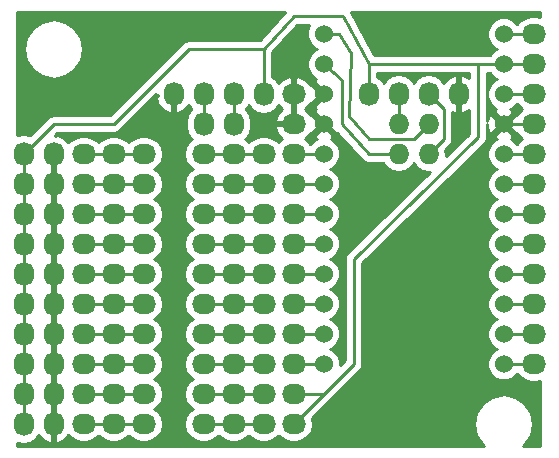
<source format=gtl>
G04 #@! TF.FileFunction,Copper,L1,Top,Signal*
%FSLAX46Y46*%
G04 Gerber Fmt 4.6, Leading zero omitted, Abs format (unit mm)*
G04 Created by KiCad (PCBNEW 4.0.2+dfsg1-stable) date 2016年11月21日 00時06分46秒*
%MOMM*%
G01*
G04 APERTURE LIST*
%ADD10C,0.100000*%
%ADD11O,2.032000X1.727200*%
%ADD12O,1.727200X1.727200*%
%ADD13O,1.727200X2.032000*%
%ADD14C,1.524000*%
%ADD15C,0.600000*%
%ADD16C,0.250000*%
%ADD17C,0.254000*%
G04 APERTURE END LIST*
D10*
D11*
X121920000Y-115570000D03*
X124460000Y-115570000D03*
X127000000Y-115570000D03*
X121920000Y-118110000D03*
X124460000Y-118110000D03*
X127000000Y-118110000D03*
X121920000Y-120650000D03*
X124460000Y-120650000D03*
X127000000Y-120650000D03*
X121920000Y-123190000D03*
X124460000Y-123190000D03*
X127000000Y-123190000D03*
X121920000Y-125730000D03*
X124460000Y-125730000D03*
X127000000Y-125730000D03*
X121920000Y-128270000D03*
X124460000Y-128270000D03*
X127000000Y-128270000D03*
X121920000Y-130810000D03*
X124460000Y-130810000D03*
X127000000Y-130810000D03*
X121920000Y-133350000D03*
X124460000Y-133350000D03*
X127000000Y-133350000D03*
X121920000Y-135890000D03*
X124460000Y-135890000D03*
X127000000Y-135890000D03*
X121920000Y-138430000D03*
X124460000Y-138430000D03*
X127000000Y-138430000D03*
X132080000Y-115570000D03*
X134620000Y-115570000D03*
X137160000Y-115570000D03*
X132080000Y-118110000D03*
X134620000Y-118110000D03*
X137160000Y-118110000D03*
X132080000Y-120650000D03*
X134620000Y-120650000D03*
X137160000Y-120650000D03*
X132080000Y-123190000D03*
X134620000Y-123190000D03*
X137160000Y-123190000D03*
X132080000Y-125730000D03*
X134620000Y-125730000D03*
X137160000Y-125730000D03*
X132080000Y-128270000D03*
X134620000Y-128270000D03*
X137160000Y-128270000D03*
X132080000Y-130810000D03*
X134620000Y-130810000D03*
X137160000Y-130810000D03*
X132080000Y-133350000D03*
X134620000Y-133350000D03*
X137160000Y-133350000D03*
X132080000Y-135890000D03*
X134620000Y-135890000D03*
X137160000Y-135890000D03*
X132080000Y-138430000D03*
X134620000Y-138430000D03*
X137160000Y-138430000D03*
D12*
X151130000Y-113030000D03*
X151130000Y-115570000D03*
X148590000Y-113030000D03*
X148590000Y-115570000D03*
D13*
X151130000Y-110490000D03*
X153670000Y-110490000D03*
X146050000Y-110490000D03*
X148590000Y-110490000D03*
X132080000Y-113030000D03*
X134620000Y-113030000D03*
X132080000Y-110490000D03*
X129540000Y-110490000D03*
X137160000Y-110490000D03*
X134620000Y-110490000D03*
X119380000Y-138430000D03*
X119380000Y-135890000D03*
X119380000Y-133350000D03*
X119380000Y-130810000D03*
X119380000Y-128270000D03*
X119380000Y-125730000D03*
X119380000Y-123190000D03*
X119380000Y-120650000D03*
X119380000Y-118110000D03*
X119380000Y-115570000D03*
X116840000Y-138430000D03*
X116840000Y-135890000D03*
X116840000Y-133350000D03*
X116840000Y-130810000D03*
X116840000Y-128270000D03*
X116840000Y-125730000D03*
X116840000Y-123190000D03*
X116840000Y-120650000D03*
X116840000Y-118110000D03*
X116840000Y-115570000D03*
D11*
X139700000Y-110490000D03*
X139700000Y-113030000D03*
X139700000Y-115570000D03*
X139700000Y-118110000D03*
X139700000Y-120650000D03*
X139700000Y-123190000D03*
X139700000Y-125730000D03*
X139700000Y-128270000D03*
X139700000Y-130810000D03*
X139700000Y-133350000D03*
X139700000Y-135890000D03*
X139700000Y-138430000D03*
X160020000Y-105410000D03*
X160020000Y-107950000D03*
X160020000Y-110490000D03*
X160020000Y-113030000D03*
X160020000Y-115570000D03*
X160020000Y-118110000D03*
X160020000Y-120650000D03*
X160020000Y-123190000D03*
X160020000Y-125730000D03*
X160020000Y-128270000D03*
X160020000Y-130810000D03*
X160020000Y-133350000D03*
D14*
X142240000Y-105410000D03*
X142240000Y-107950000D03*
X142240000Y-110490000D03*
X142240000Y-113030000D03*
X142240000Y-115570000D03*
X142240000Y-118110000D03*
X142240000Y-120650000D03*
X142240000Y-123190000D03*
X142240000Y-125730000D03*
X142240000Y-128270000D03*
X142240000Y-130810000D03*
X142240000Y-133350000D03*
X157480000Y-133350000D03*
X157480000Y-130810000D03*
X157480000Y-128270000D03*
X157480000Y-125730000D03*
X157480000Y-123190000D03*
X157480000Y-120650000D03*
X157480000Y-118110000D03*
X157480000Y-115570000D03*
X157480000Y-113030000D03*
X157480000Y-110490000D03*
X157480000Y-107950000D03*
X157480000Y-105410000D03*
D15*
X153797000Y-106807000D03*
X119507000Y-111379000D03*
D16*
X121920000Y-115570000D02*
X124460000Y-115570000D01*
X124460000Y-115570000D02*
X127000000Y-115570000D01*
X121920000Y-118110000D02*
X124460000Y-118110000D01*
X124460000Y-118110000D02*
X127000000Y-118110000D01*
X121920000Y-120650000D02*
X124460000Y-120650000D01*
X124460000Y-120650000D02*
X127000000Y-120650000D01*
X121920000Y-123190000D02*
X124460000Y-123190000D01*
X124460000Y-123190000D02*
X127000000Y-123190000D01*
X121920000Y-125730000D02*
X124460000Y-125730000D01*
X124460000Y-125730000D02*
X127000000Y-125730000D01*
X121920000Y-128270000D02*
X124460000Y-128270000D01*
X124460000Y-128270000D02*
X127000000Y-128270000D01*
X121920000Y-130810000D02*
X124460000Y-130810000D01*
X124460000Y-130810000D02*
X127000000Y-130810000D01*
X121920000Y-133350000D02*
X124460000Y-133350000D01*
X124460000Y-133350000D02*
X127000000Y-133350000D01*
X121920000Y-135890000D02*
X124460000Y-135890000D01*
X124460000Y-135890000D02*
X127000000Y-135890000D01*
X121920000Y-138430000D02*
X124460000Y-138430000D01*
X124460000Y-138430000D02*
X127000000Y-138430000D01*
X132080000Y-115570000D02*
X134620000Y-115570000D01*
X134620000Y-115570000D02*
X137160000Y-115570000D01*
X132080000Y-118110000D02*
X134620000Y-118110000D01*
X134620000Y-118110000D02*
X137160000Y-118110000D01*
X132080000Y-120650000D02*
X134620000Y-120650000D01*
X134620000Y-120650000D02*
X137160000Y-120650000D01*
X132080000Y-123190000D02*
X134620000Y-123190000D01*
X134620000Y-123190000D02*
X137160000Y-123190000D01*
X132080000Y-125730000D02*
X134620000Y-125730000D01*
X134620000Y-125730000D02*
X137160000Y-125730000D01*
X132080000Y-128270000D02*
X134620000Y-128270000D01*
X134620000Y-128270000D02*
X137160000Y-128270000D01*
X132080000Y-130810000D02*
X134620000Y-130810000D01*
X134620000Y-130810000D02*
X137160000Y-130810000D01*
X132080000Y-133350000D02*
X134620000Y-133350000D01*
X134620000Y-133350000D02*
X137160000Y-133350000D01*
X132080000Y-135890000D02*
X134620000Y-135890000D01*
X134620000Y-135890000D02*
X137160000Y-135890000D01*
X132080000Y-138430000D02*
X134620000Y-138430000D01*
X134620000Y-138430000D02*
X137160000Y-138430000D01*
X153797000Y-106807000D02*
X153924000Y-106807000D01*
X119507000Y-111379000D02*
X119634000Y-111379000D01*
X157480000Y-113030000D02*
X160020000Y-113030000D01*
X139700000Y-135890000D02*
X142240000Y-135890000D01*
X155321000Y-107950000D02*
X155321000Y-114173000D01*
X144780000Y-133350000D02*
X142240000Y-135890000D01*
X142240000Y-135890000D02*
X139700000Y-138430000D01*
X144780000Y-124460000D02*
X144780000Y-133350000D01*
X155321000Y-114173000D02*
X144780000Y-124460000D01*
X157480000Y-107950000D02*
X160020000Y-107950000D01*
X137160000Y-106680000D02*
X130810000Y-106680000D01*
X119380000Y-113030000D02*
X116840000Y-115570000D01*
X124460000Y-113030000D02*
X119380000Y-113030000D01*
X130810000Y-106680000D02*
X124460000Y-113030000D01*
X137160000Y-106680000D02*
X139700000Y-103886000D01*
X143891000Y-103886000D02*
X146050000Y-107950000D01*
X139700000Y-103886000D02*
X143891000Y-103886000D01*
X139700000Y-103886000D02*
X139700000Y-103886000D01*
X137160000Y-106680000D02*
X137160000Y-110490000D01*
X146050000Y-110490000D02*
X146050000Y-107950000D01*
X146050000Y-107950000D02*
X155321000Y-107950000D01*
X155321000Y-107950000D02*
X157480000Y-107950000D01*
X116840000Y-115570000D02*
X116840000Y-138430000D01*
X142240000Y-105410000D02*
X143510000Y-105410000D01*
X149860000Y-114300000D02*
X151130000Y-113030000D01*
X146050000Y-114300000D02*
X149860000Y-114300000D01*
X144399000Y-112395000D02*
X146050000Y-114300000D01*
X144526000Y-107061000D02*
X144399000Y-112395000D01*
X143510000Y-105410000D02*
X144526000Y-107061000D01*
X151130000Y-115570000D02*
X152400000Y-114300000D01*
X152400000Y-111760000D02*
X151130000Y-110490000D01*
X152400000Y-114300000D02*
X152400000Y-111760000D01*
X148590000Y-113030000D02*
X148590000Y-110490000D01*
X142240000Y-107950000D02*
X143764000Y-109347000D01*
X146050000Y-115570000D02*
X148590000Y-115570000D01*
X143764000Y-113030000D02*
X146050000Y-115570000D01*
X143764000Y-109347000D02*
X143764000Y-113030000D01*
X139700000Y-115570000D02*
X142240000Y-115570000D01*
X139700000Y-118110000D02*
X142240000Y-118110000D01*
X139700000Y-120650000D02*
X142240000Y-120650000D01*
X139700000Y-123190000D02*
X142240000Y-123190000D01*
X139700000Y-125730000D02*
X142240000Y-125730000D01*
X139700000Y-128270000D02*
X142240000Y-128270000D01*
X139700000Y-130810000D02*
X142240000Y-130810000D01*
X139700000Y-133350000D02*
X142240000Y-133350000D01*
X132080000Y-110490000D02*
X132080000Y-113030000D01*
X134620000Y-110490000D02*
X134620000Y-113030000D01*
X157480000Y-115570000D02*
X160020000Y-115570000D01*
X157480000Y-118110000D02*
X160020000Y-118110000D01*
X157480000Y-120650000D02*
X160020000Y-120650000D01*
X157480000Y-123190000D02*
X160020000Y-123190000D01*
X157480000Y-125730000D02*
X160020000Y-125730000D01*
X157480000Y-128270000D02*
X160020000Y-128270000D01*
X157480000Y-130810000D02*
X160020000Y-130810000D01*
X157480000Y-133350000D02*
X160020000Y-133350000D01*
X157480000Y-110490000D02*
X160020000Y-110490000D01*
X157480000Y-105410000D02*
X160020000Y-105410000D01*
D17*
G36*
X156294990Y-108740303D02*
X156687630Y-109133629D01*
X156895512Y-109219949D01*
X156689697Y-109304990D01*
X156296371Y-109697630D01*
X156083243Y-110210900D01*
X156082758Y-110766661D01*
X156294990Y-111280303D01*
X156687630Y-111673629D01*
X156879727Y-111753395D01*
X156748857Y-111807603D01*
X156679392Y-112049787D01*
X157480000Y-112850395D01*
X158280608Y-112049787D01*
X158211143Y-111807603D01*
X158070682Y-111757491D01*
X158270303Y-111675010D01*
X158623648Y-111322281D01*
X158775585Y-111549670D01*
X159085069Y-111756461D01*
X158669268Y-112127964D01*
X158600963Y-112269763D01*
X158460213Y-112229392D01*
X157659605Y-113030000D01*
X158460213Y-113830608D01*
X158600963Y-113790237D01*
X158669268Y-113932036D01*
X159085069Y-114303539D01*
X158775585Y-114510330D01*
X158623431Y-114738045D01*
X158272370Y-114386371D01*
X158080273Y-114306605D01*
X158211143Y-114252397D01*
X158280608Y-114010213D01*
X157480000Y-113209605D01*
X156679392Y-114010213D01*
X156748857Y-114252397D01*
X156889318Y-114302509D01*
X156689697Y-114384990D01*
X156296371Y-114777630D01*
X156083243Y-115290900D01*
X156082758Y-115846661D01*
X156294990Y-116360303D01*
X156687630Y-116753629D01*
X156895512Y-116839949D01*
X156689697Y-116924990D01*
X156296371Y-117317630D01*
X156083243Y-117830900D01*
X156082758Y-118386661D01*
X156294990Y-118900303D01*
X156687630Y-119293629D01*
X156895512Y-119379949D01*
X156689697Y-119464990D01*
X156296371Y-119857630D01*
X156083243Y-120370900D01*
X156082758Y-120926661D01*
X156294990Y-121440303D01*
X156687630Y-121833629D01*
X156895512Y-121919949D01*
X156689697Y-122004990D01*
X156296371Y-122397630D01*
X156083243Y-122910900D01*
X156082758Y-123466661D01*
X156294990Y-123980303D01*
X156687630Y-124373629D01*
X156895512Y-124459949D01*
X156689697Y-124544990D01*
X156296371Y-124937630D01*
X156083243Y-125450900D01*
X156082758Y-126006661D01*
X156294990Y-126520303D01*
X156687630Y-126913629D01*
X156895512Y-126999949D01*
X156689697Y-127084990D01*
X156296371Y-127477630D01*
X156083243Y-127990900D01*
X156082758Y-128546661D01*
X156294990Y-129060303D01*
X156687630Y-129453629D01*
X156895512Y-129539949D01*
X156689697Y-129624990D01*
X156296371Y-130017630D01*
X156083243Y-130530900D01*
X156082758Y-131086661D01*
X156294990Y-131600303D01*
X156687630Y-131993629D01*
X156895512Y-132079949D01*
X156689697Y-132164990D01*
X156296371Y-132557630D01*
X156083243Y-133070900D01*
X156082758Y-133626661D01*
X156294990Y-134140303D01*
X156687630Y-134533629D01*
X157200900Y-134746757D01*
X157756661Y-134747242D01*
X158270303Y-134535010D01*
X158623648Y-134182281D01*
X158775585Y-134409670D01*
X159261766Y-134734526D01*
X159835255Y-134848600D01*
X160204745Y-134848600D01*
X160580000Y-134773957D01*
X160580000Y-140260000D01*
X159165312Y-140260000D01*
X159252046Y-140202046D01*
X159795289Y-139389024D01*
X159986051Y-138430000D01*
X159795289Y-137470976D01*
X159252046Y-136657954D01*
X158439024Y-136114711D01*
X157480000Y-135923949D01*
X156520976Y-136114711D01*
X155707954Y-136657954D01*
X155164711Y-137470976D01*
X154973949Y-138430000D01*
X155164711Y-139389024D01*
X155707954Y-140202046D01*
X155794688Y-140260000D01*
X116280000Y-140260000D01*
X116280000Y-140001954D01*
X116840000Y-140113345D01*
X117413489Y-139999271D01*
X117899670Y-139674415D01*
X118106461Y-139364931D01*
X118477964Y-139780732D01*
X119005209Y-140034709D01*
X119020974Y-140037358D01*
X119253000Y-139916217D01*
X119253000Y-138557000D01*
X119233000Y-138557000D01*
X119233000Y-138303000D01*
X119253000Y-138303000D01*
X119253000Y-136017000D01*
X119233000Y-136017000D01*
X119233000Y-135763000D01*
X119253000Y-135763000D01*
X119253000Y-133477000D01*
X119233000Y-133477000D01*
X119233000Y-133223000D01*
X119253000Y-133223000D01*
X119253000Y-130937000D01*
X119233000Y-130937000D01*
X119233000Y-130683000D01*
X119253000Y-130683000D01*
X119253000Y-128397000D01*
X119233000Y-128397000D01*
X119233000Y-128143000D01*
X119253000Y-128143000D01*
X119253000Y-125857000D01*
X119233000Y-125857000D01*
X119233000Y-125603000D01*
X119253000Y-125603000D01*
X119253000Y-123317000D01*
X119233000Y-123317000D01*
X119233000Y-123063000D01*
X119253000Y-123063000D01*
X119253000Y-120777000D01*
X119233000Y-120777000D01*
X119233000Y-120523000D01*
X119253000Y-120523000D01*
X119253000Y-118237000D01*
X119233000Y-118237000D01*
X119233000Y-117983000D01*
X119253000Y-117983000D01*
X119253000Y-115697000D01*
X119233000Y-115697000D01*
X119233000Y-115443000D01*
X119253000Y-115443000D01*
X119253000Y-115423000D01*
X119507000Y-115423000D01*
X119507000Y-115443000D01*
X119527000Y-115443000D01*
X119527000Y-115697000D01*
X119507000Y-115697000D01*
X119507000Y-117983000D01*
X119527000Y-117983000D01*
X119527000Y-118237000D01*
X119507000Y-118237000D01*
X119507000Y-120523000D01*
X119527000Y-120523000D01*
X119527000Y-120777000D01*
X119507000Y-120777000D01*
X119507000Y-123063000D01*
X119527000Y-123063000D01*
X119527000Y-123317000D01*
X119507000Y-123317000D01*
X119507000Y-125603000D01*
X119527000Y-125603000D01*
X119527000Y-125857000D01*
X119507000Y-125857000D01*
X119507000Y-128143000D01*
X119527000Y-128143000D01*
X119527000Y-128397000D01*
X119507000Y-128397000D01*
X119507000Y-130683000D01*
X119527000Y-130683000D01*
X119527000Y-130937000D01*
X119507000Y-130937000D01*
X119507000Y-133223000D01*
X119527000Y-133223000D01*
X119527000Y-133477000D01*
X119507000Y-133477000D01*
X119507000Y-135763000D01*
X119527000Y-135763000D01*
X119527000Y-136017000D01*
X119507000Y-136017000D01*
X119507000Y-138303000D01*
X119527000Y-138303000D01*
X119527000Y-138557000D01*
X119507000Y-138557000D01*
X119507000Y-139916217D01*
X119739026Y-140037358D01*
X119754791Y-140034709D01*
X120282036Y-139780732D01*
X120618466Y-139404186D01*
X120675585Y-139489670D01*
X121161766Y-139814526D01*
X121735255Y-139928600D01*
X122104745Y-139928600D01*
X122678234Y-139814526D01*
X123164415Y-139489670D01*
X123190000Y-139451379D01*
X123215585Y-139489670D01*
X123701766Y-139814526D01*
X124275255Y-139928600D01*
X124644745Y-139928600D01*
X125218234Y-139814526D01*
X125704415Y-139489670D01*
X125730000Y-139451379D01*
X125755585Y-139489670D01*
X126241766Y-139814526D01*
X126815255Y-139928600D01*
X127184745Y-139928600D01*
X127758234Y-139814526D01*
X128244415Y-139489670D01*
X128569271Y-139003489D01*
X128683345Y-138430000D01*
X128569271Y-137856511D01*
X128244415Y-137370330D01*
X127929634Y-137160000D01*
X128244415Y-136949670D01*
X128569271Y-136463489D01*
X128683345Y-135890000D01*
X128569271Y-135316511D01*
X128244415Y-134830330D01*
X127929634Y-134620000D01*
X128244415Y-134409670D01*
X128569271Y-133923489D01*
X128683345Y-133350000D01*
X128569271Y-132776511D01*
X128244415Y-132290330D01*
X127929634Y-132080000D01*
X128244415Y-131869670D01*
X128569271Y-131383489D01*
X128683345Y-130810000D01*
X128569271Y-130236511D01*
X128244415Y-129750330D01*
X127929634Y-129540000D01*
X128244415Y-129329670D01*
X128569271Y-128843489D01*
X128683345Y-128270000D01*
X128569271Y-127696511D01*
X128244415Y-127210330D01*
X127929634Y-127000000D01*
X128244415Y-126789670D01*
X128569271Y-126303489D01*
X128683345Y-125730000D01*
X128569271Y-125156511D01*
X128244415Y-124670330D01*
X127929634Y-124460000D01*
X128244415Y-124249670D01*
X128569271Y-123763489D01*
X128683345Y-123190000D01*
X128569271Y-122616511D01*
X128244415Y-122130330D01*
X127929634Y-121920000D01*
X128244415Y-121709670D01*
X128569271Y-121223489D01*
X128683345Y-120650000D01*
X128569271Y-120076511D01*
X128244415Y-119590330D01*
X127929634Y-119380000D01*
X128244415Y-119169670D01*
X128569271Y-118683489D01*
X128683345Y-118110000D01*
X128569271Y-117536511D01*
X128244415Y-117050330D01*
X127929634Y-116840000D01*
X128244415Y-116629670D01*
X128569271Y-116143489D01*
X128683345Y-115570000D01*
X128569271Y-114996511D01*
X128244415Y-114510330D01*
X127758234Y-114185474D01*
X127184745Y-114071400D01*
X126815255Y-114071400D01*
X126241766Y-114185474D01*
X125755585Y-114510330D01*
X125730000Y-114548621D01*
X125704415Y-114510330D01*
X125218234Y-114185474D01*
X124644745Y-114071400D01*
X124275255Y-114071400D01*
X123701766Y-114185474D01*
X123215585Y-114510330D01*
X123190000Y-114548621D01*
X123164415Y-114510330D01*
X122678234Y-114185474D01*
X122104745Y-114071400D01*
X121735255Y-114071400D01*
X121161766Y-114185474D01*
X120675585Y-114510330D01*
X120618466Y-114595814D01*
X120282036Y-114219268D01*
X119754791Y-113965291D01*
X119739026Y-113962642D01*
X119507002Y-114083782D01*
X119507002Y-113977800D01*
X119694802Y-113790000D01*
X124460000Y-113790000D01*
X124750839Y-113732148D01*
X124997401Y-113567401D01*
X128041400Y-110523402D01*
X128041400Y-110617002D01*
X128199075Y-110617002D01*
X128054816Y-110851913D01*
X128248046Y-111404320D01*
X128637964Y-111840732D01*
X129165209Y-112094709D01*
X129180974Y-112097358D01*
X129413000Y-111976217D01*
X129413000Y-110617000D01*
X129393000Y-110617000D01*
X129393000Y-110363000D01*
X129413000Y-110363000D01*
X129413000Y-110343000D01*
X129667000Y-110343000D01*
X129667000Y-110363000D01*
X129687000Y-110363000D01*
X129687000Y-110617000D01*
X129667000Y-110617000D01*
X129667000Y-111976217D01*
X129899026Y-112097358D01*
X129914791Y-112094709D01*
X130442036Y-111840732D01*
X130813539Y-111424931D01*
X131020330Y-111734415D01*
X131058621Y-111760000D01*
X131020330Y-111785585D01*
X130695474Y-112271766D01*
X130581400Y-112845255D01*
X130581400Y-113214745D01*
X130695474Y-113788234D01*
X131020330Y-114274415D01*
X131104493Y-114330651D01*
X130835585Y-114510330D01*
X130510729Y-114996511D01*
X130396655Y-115570000D01*
X130510729Y-116143489D01*
X130835585Y-116629670D01*
X131150366Y-116840000D01*
X130835585Y-117050330D01*
X130510729Y-117536511D01*
X130396655Y-118110000D01*
X130510729Y-118683489D01*
X130835585Y-119169670D01*
X131150366Y-119380000D01*
X130835585Y-119590330D01*
X130510729Y-120076511D01*
X130396655Y-120650000D01*
X130510729Y-121223489D01*
X130835585Y-121709670D01*
X131150366Y-121920000D01*
X130835585Y-122130330D01*
X130510729Y-122616511D01*
X130396655Y-123190000D01*
X130510729Y-123763489D01*
X130835585Y-124249670D01*
X131150366Y-124460000D01*
X130835585Y-124670330D01*
X130510729Y-125156511D01*
X130396655Y-125730000D01*
X130510729Y-126303489D01*
X130835585Y-126789670D01*
X131150366Y-127000000D01*
X130835585Y-127210330D01*
X130510729Y-127696511D01*
X130396655Y-128270000D01*
X130510729Y-128843489D01*
X130835585Y-129329670D01*
X131150366Y-129540000D01*
X130835585Y-129750330D01*
X130510729Y-130236511D01*
X130396655Y-130810000D01*
X130510729Y-131383489D01*
X130835585Y-131869670D01*
X131150366Y-132080000D01*
X130835585Y-132290330D01*
X130510729Y-132776511D01*
X130396655Y-133350000D01*
X130510729Y-133923489D01*
X130835585Y-134409670D01*
X131150366Y-134620000D01*
X130835585Y-134830330D01*
X130510729Y-135316511D01*
X130396655Y-135890000D01*
X130510729Y-136463489D01*
X130835585Y-136949670D01*
X131150366Y-137160000D01*
X130835585Y-137370330D01*
X130510729Y-137856511D01*
X130396655Y-138430000D01*
X130510729Y-139003489D01*
X130835585Y-139489670D01*
X131321766Y-139814526D01*
X131895255Y-139928600D01*
X132264745Y-139928600D01*
X132838234Y-139814526D01*
X133324415Y-139489670D01*
X133350000Y-139451379D01*
X133375585Y-139489670D01*
X133861766Y-139814526D01*
X134435255Y-139928600D01*
X134804745Y-139928600D01*
X135378234Y-139814526D01*
X135864415Y-139489670D01*
X135890000Y-139451379D01*
X135915585Y-139489670D01*
X136401766Y-139814526D01*
X136975255Y-139928600D01*
X137344745Y-139928600D01*
X137918234Y-139814526D01*
X138404415Y-139489670D01*
X138430000Y-139451379D01*
X138455585Y-139489670D01*
X138941766Y-139814526D01*
X139515255Y-139928600D01*
X139884745Y-139928600D01*
X140458234Y-139814526D01*
X140944415Y-139489670D01*
X141269271Y-139003489D01*
X141383345Y-138430000D01*
X141282381Y-137922421D01*
X145317401Y-133887401D01*
X145482148Y-133640840D01*
X145491746Y-133592586D01*
X145540000Y-133350000D01*
X145540000Y-124780245D01*
X155851808Y-114716914D01*
X155854477Y-114713023D01*
X155858401Y-114710401D01*
X155938249Y-114590900D01*
X156019549Y-114472380D01*
X156020526Y-114467763D01*
X156023148Y-114463839D01*
X156051191Y-114322857D01*
X156080943Y-114182268D01*
X156080079Y-114177630D01*
X156081000Y-114173000D01*
X156081000Y-113024972D01*
X156098638Y-113377368D01*
X156257603Y-113761143D01*
X156499787Y-113830608D01*
X157300395Y-113030000D01*
X156499787Y-112229392D01*
X156257603Y-112298857D01*
X156081000Y-112793869D01*
X156081000Y-108710000D01*
X156282469Y-108710000D01*
X156294990Y-108740303D01*
X156294990Y-108740303D01*
G37*
X156294990Y-108740303D02*
X156687630Y-109133629D01*
X156895512Y-109219949D01*
X156689697Y-109304990D01*
X156296371Y-109697630D01*
X156083243Y-110210900D01*
X156082758Y-110766661D01*
X156294990Y-111280303D01*
X156687630Y-111673629D01*
X156879727Y-111753395D01*
X156748857Y-111807603D01*
X156679392Y-112049787D01*
X157480000Y-112850395D01*
X158280608Y-112049787D01*
X158211143Y-111807603D01*
X158070682Y-111757491D01*
X158270303Y-111675010D01*
X158623648Y-111322281D01*
X158775585Y-111549670D01*
X159085069Y-111756461D01*
X158669268Y-112127964D01*
X158600963Y-112269763D01*
X158460213Y-112229392D01*
X157659605Y-113030000D01*
X158460213Y-113830608D01*
X158600963Y-113790237D01*
X158669268Y-113932036D01*
X159085069Y-114303539D01*
X158775585Y-114510330D01*
X158623431Y-114738045D01*
X158272370Y-114386371D01*
X158080273Y-114306605D01*
X158211143Y-114252397D01*
X158280608Y-114010213D01*
X157480000Y-113209605D01*
X156679392Y-114010213D01*
X156748857Y-114252397D01*
X156889318Y-114302509D01*
X156689697Y-114384990D01*
X156296371Y-114777630D01*
X156083243Y-115290900D01*
X156082758Y-115846661D01*
X156294990Y-116360303D01*
X156687630Y-116753629D01*
X156895512Y-116839949D01*
X156689697Y-116924990D01*
X156296371Y-117317630D01*
X156083243Y-117830900D01*
X156082758Y-118386661D01*
X156294990Y-118900303D01*
X156687630Y-119293629D01*
X156895512Y-119379949D01*
X156689697Y-119464990D01*
X156296371Y-119857630D01*
X156083243Y-120370900D01*
X156082758Y-120926661D01*
X156294990Y-121440303D01*
X156687630Y-121833629D01*
X156895512Y-121919949D01*
X156689697Y-122004990D01*
X156296371Y-122397630D01*
X156083243Y-122910900D01*
X156082758Y-123466661D01*
X156294990Y-123980303D01*
X156687630Y-124373629D01*
X156895512Y-124459949D01*
X156689697Y-124544990D01*
X156296371Y-124937630D01*
X156083243Y-125450900D01*
X156082758Y-126006661D01*
X156294990Y-126520303D01*
X156687630Y-126913629D01*
X156895512Y-126999949D01*
X156689697Y-127084990D01*
X156296371Y-127477630D01*
X156083243Y-127990900D01*
X156082758Y-128546661D01*
X156294990Y-129060303D01*
X156687630Y-129453629D01*
X156895512Y-129539949D01*
X156689697Y-129624990D01*
X156296371Y-130017630D01*
X156083243Y-130530900D01*
X156082758Y-131086661D01*
X156294990Y-131600303D01*
X156687630Y-131993629D01*
X156895512Y-132079949D01*
X156689697Y-132164990D01*
X156296371Y-132557630D01*
X156083243Y-133070900D01*
X156082758Y-133626661D01*
X156294990Y-134140303D01*
X156687630Y-134533629D01*
X157200900Y-134746757D01*
X157756661Y-134747242D01*
X158270303Y-134535010D01*
X158623648Y-134182281D01*
X158775585Y-134409670D01*
X159261766Y-134734526D01*
X159835255Y-134848600D01*
X160204745Y-134848600D01*
X160580000Y-134773957D01*
X160580000Y-140260000D01*
X159165312Y-140260000D01*
X159252046Y-140202046D01*
X159795289Y-139389024D01*
X159986051Y-138430000D01*
X159795289Y-137470976D01*
X159252046Y-136657954D01*
X158439024Y-136114711D01*
X157480000Y-135923949D01*
X156520976Y-136114711D01*
X155707954Y-136657954D01*
X155164711Y-137470976D01*
X154973949Y-138430000D01*
X155164711Y-139389024D01*
X155707954Y-140202046D01*
X155794688Y-140260000D01*
X116280000Y-140260000D01*
X116280000Y-140001954D01*
X116840000Y-140113345D01*
X117413489Y-139999271D01*
X117899670Y-139674415D01*
X118106461Y-139364931D01*
X118477964Y-139780732D01*
X119005209Y-140034709D01*
X119020974Y-140037358D01*
X119253000Y-139916217D01*
X119253000Y-138557000D01*
X119233000Y-138557000D01*
X119233000Y-138303000D01*
X119253000Y-138303000D01*
X119253000Y-136017000D01*
X119233000Y-136017000D01*
X119233000Y-135763000D01*
X119253000Y-135763000D01*
X119253000Y-133477000D01*
X119233000Y-133477000D01*
X119233000Y-133223000D01*
X119253000Y-133223000D01*
X119253000Y-130937000D01*
X119233000Y-130937000D01*
X119233000Y-130683000D01*
X119253000Y-130683000D01*
X119253000Y-128397000D01*
X119233000Y-128397000D01*
X119233000Y-128143000D01*
X119253000Y-128143000D01*
X119253000Y-125857000D01*
X119233000Y-125857000D01*
X119233000Y-125603000D01*
X119253000Y-125603000D01*
X119253000Y-123317000D01*
X119233000Y-123317000D01*
X119233000Y-123063000D01*
X119253000Y-123063000D01*
X119253000Y-120777000D01*
X119233000Y-120777000D01*
X119233000Y-120523000D01*
X119253000Y-120523000D01*
X119253000Y-118237000D01*
X119233000Y-118237000D01*
X119233000Y-117983000D01*
X119253000Y-117983000D01*
X119253000Y-115697000D01*
X119233000Y-115697000D01*
X119233000Y-115443000D01*
X119253000Y-115443000D01*
X119253000Y-115423000D01*
X119507000Y-115423000D01*
X119507000Y-115443000D01*
X119527000Y-115443000D01*
X119527000Y-115697000D01*
X119507000Y-115697000D01*
X119507000Y-117983000D01*
X119527000Y-117983000D01*
X119527000Y-118237000D01*
X119507000Y-118237000D01*
X119507000Y-120523000D01*
X119527000Y-120523000D01*
X119527000Y-120777000D01*
X119507000Y-120777000D01*
X119507000Y-123063000D01*
X119527000Y-123063000D01*
X119527000Y-123317000D01*
X119507000Y-123317000D01*
X119507000Y-125603000D01*
X119527000Y-125603000D01*
X119527000Y-125857000D01*
X119507000Y-125857000D01*
X119507000Y-128143000D01*
X119527000Y-128143000D01*
X119527000Y-128397000D01*
X119507000Y-128397000D01*
X119507000Y-130683000D01*
X119527000Y-130683000D01*
X119527000Y-130937000D01*
X119507000Y-130937000D01*
X119507000Y-133223000D01*
X119527000Y-133223000D01*
X119527000Y-133477000D01*
X119507000Y-133477000D01*
X119507000Y-135763000D01*
X119527000Y-135763000D01*
X119527000Y-136017000D01*
X119507000Y-136017000D01*
X119507000Y-138303000D01*
X119527000Y-138303000D01*
X119527000Y-138557000D01*
X119507000Y-138557000D01*
X119507000Y-139916217D01*
X119739026Y-140037358D01*
X119754791Y-140034709D01*
X120282036Y-139780732D01*
X120618466Y-139404186D01*
X120675585Y-139489670D01*
X121161766Y-139814526D01*
X121735255Y-139928600D01*
X122104745Y-139928600D01*
X122678234Y-139814526D01*
X123164415Y-139489670D01*
X123190000Y-139451379D01*
X123215585Y-139489670D01*
X123701766Y-139814526D01*
X124275255Y-139928600D01*
X124644745Y-139928600D01*
X125218234Y-139814526D01*
X125704415Y-139489670D01*
X125730000Y-139451379D01*
X125755585Y-139489670D01*
X126241766Y-139814526D01*
X126815255Y-139928600D01*
X127184745Y-139928600D01*
X127758234Y-139814526D01*
X128244415Y-139489670D01*
X128569271Y-139003489D01*
X128683345Y-138430000D01*
X128569271Y-137856511D01*
X128244415Y-137370330D01*
X127929634Y-137160000D01*
X128244415Y-136949670D01*
X128569271Y-136463489D01*
X128683345Y-135890000D01*
X128569271Y-135316511D01*
X128244415Y-134830330D01*
X127929634Y-134620000D01*
X128244415Y-134409670D01*
X128569271Y-133923489D01*
X128683345Y-133350000D01*
X128569271Y-132776511D01*
X128244415Y-132290330D01*
X127929634Y-132080000D01*
X128244415Y-131869670D01*
X128569271Y-131383489D01*
X128683345Y-130810000D01*
X128569271Y-130236511D01*
X128244415Y-129750330D01*
X127929634Y-129540000D01*
X128244415Y-129329670D01*
X128569271Y-128843489D01*
X128683345Y-128270000D01*
X128569271Y-127696511D01*
X128244415Y-127210330D01*
X127929634Y-127000000D01*
X128244415Y-126789670D01*
X128569271Y-126303489D01*
X128683345Y-125730000D01*
X128569271Y-125156511D01*
X128244415Y-124670330D01*
X127929634Y-124460000D01*
X128244415Y-124249670D01*
X128569271Y-123763489D01*
X128683345Y-123190000D01*
X128569271Y-122616511D01*
X128244415Y-122130330D01*
X127929634Y-121920000D01*
X128244415Y-121709670D01*
X128569271Y-121223489D01*
X128683345Y-120650000D01*
X128569271Y-120076511D01*
X128244415Y-119590330D01*
X127929634Y-119380000D01*
X128244415Y-119169670D01*
X128569271Y-118683489D01*
X128683345Y-118110000D01*
X128569271Y-117536511D01*
X128244415Y-117050330D01*
X127929634Y-116840000D01*
X128244415Y-116629670D01*
X128569271Y-116143489D01*
X128683345Y-115570000D01*
X128569271Y-114996511D01*
X128244415Y-114510330D01*
X127758234Y-114185474D01*
X127184745Y-114071400D01*
X126815255Y-114071400D01*
X126241766Y-114185474D01*
X125755585Y-114510330D01*
X125730000Y-114548621D01*
X125704415Y-114510330D01*
X125218234Y-114185474D01*
X124644745Y-114071400D01*
X124275255Y-114071400D01*
X123701766Y-114185474D01*
X123215585Y-114510330D01*
X123190000Y-114548621D01*
X123164415Y-114510330D01*
X122678234Y-114185474D01*
X122104745Y-114071400D01*
X121735255Y-114071400D01*
X121161766Y-114185474D01*
X120675585Y-114510330D01*
X120618466Y-114595814D01*
X120282036Y-114219268D01*
X119754791Y-113965291D01*
X119739026Y-113962642D01*
X119507002Y-114083782D01*
X119507002Y-113977800D01*
X119694802Y-113790000D01*
X124460000Y-113790000D01*
X124750839Y-113732148D01*
X124997401Y-113567401D01*
X128041400Y-110523402D01*
X128041400Y-110617002D01*
X128199075Y-110617002D01*
X128054816Y-110851913D01*
X128248046Y-111404320D01*
X128637964Y-111840732D01*
X129165209Y-112094709D01*
X129180974Y-112097358D01*
X129413000Y-111976217D01*
X129413000Y-110617000D01*
X129393000Y-110617000D01*
X129393000Y-110363000D01*
X129413000Y-110363000D01*
X129413000Y-110343000D01*
X129667000Y-110343000D01*
X129667000Y-110363000D01*
X129687000Y-110363000D01*
X129687000Y-110617000D01*
X129667000Y-110617000D01*
X129667000Y-111976217D01*
X129899026Y-112097358D01*
X129914791Y-112094709D01*
X130442036Y-111840732D01*
X130813539Y-111424931D01*
X131020330Y-111734415D01*
X131058621Y-111760000D01*
X131020330Y-111785585D01*
X130695474Y-112271766D01*
X130581400Y-112845255D01*
X130581400Y-113214745D01*
X130695474Y-113788234D01*
X131020330Y-114274415D01*
X131104493Y-114330651D01*
X130835585Y-114510330D01*
X130510729Y-114996511D01*
X130396655Y-115570000D01*
X130510729Y-116143489D01*
X130835585Y-116629670D01*
X131150366Y-116840000D01*
X130835585Y-117050330D01*
X130510729Y-117536511D01*
X130396655Y-118110000D01*
X130510729Y-118683489D01*
X130835585Y-119169670D01*
X131150366Y-119380000D01*
X130835585Y-119590330D01*
X130510729Y-120076511D01*
X130396655Y-120650000D01*
X130510729Y-121223489D01*
X130835585Y-121709670D01*
X131150366Y-121920000D01*
X130835585Y-122130330D01*
X130510729Y-122616511D01*
X130396655Y-123190000D01*
X130510729Y-123763489D01*
X130835585Y-124249670D01*
X131150366Y-124460000D01*
X130835585Y-124670330D01*
X130510729Y-125156511D01*
X130396655Y-125730000D01*
X130510729Y-126303489D01*
X130835585Y-126789670D01*
X131150366Y-127000000D01*
X130835585Y-127210330D01*
X130510729Y-127696511D01*
X130396655Y-128270000D01*
X130510729Y-128843489D01*
X130835585Y-129329670D01*
X131150366Y-129540000D01*
X130835585Y-129750330D01*
X130510729Y-130236511D01*
X130396655Y-130810000D01*
X130510729Y-131383489D01*
X130835585Y-131869670D01*
X131150366Y-132080000D01*
X130835585Y-132290330D01*
X130510729Y-132776511D01*
X130396655Y-133350000D01*
X130510729Y-133923489D01*
X130835585Y-134409670D01*
X131150366Y-134620000D01*
X130835585Y-134830330D01*
X130510729Y-135316511D01*
X130396655Y-135890000D01*
X130510729Y-136463489D01*
X130835585Y-136949670D01*
X131150366Y-137160000D01*
X130835585Y-137370330D01*
X130510729Y-137856511D01*
X130396655Y-138430000D01*
X130510729Y-139003489D01*
X130835585Y-139489670D01*
X131321766Y-139814526D01*
X131895255Y-139928600D01*
X132264745Y-139928600D01*
X132838234Y-139814526D01*
X133324415Y-139489670D01*
X133350000Y-139451379D01*
X133375585Y-139489670D01*
X133861766Y-139814526D01*
X134435255Y-139928600D01*
X134804745Y-139928600D01*
X135378234Y-139814526D01*
X135864415Y-139489670D01*
X135890000Y-139451379D01*
X135915585Y-139489670D01*
X136401766Y-139814526D01*
X136975255Y-139928600D01*
X137344745Y-139928600D01*
X137918234Y-139814526D01*
X138404415Y-139489670D01*
X138430000Y-139451379D01*
X138455585Y-139489670D01*
X138941766Y-139814526D01*
X139515255Y-139928600D01*
X139884745Y-139928600D01*
X140458234Y-139814526D01*
X140944415Y-139489670D01*
X141269271Y-139003489D01*
X141383345Y-138430000D01*
X141282381Y-137922421D01*
X145317401Y-133887401D01*
X145482148Y-133640840D01*
X145491746Y-133592586D01*
X145540000Y-133350000D01*
X145540000Y-124780245D01*
X155851808Y-114716914D01*
X155854477Y-114713023D01*
X155858401Y-114710401D01*
X155938249Y-114590900D01*
X156019549Y-114472380D01*
X156020526Y-114467763D01*
X156023148Y-114463839D01*
X156051191Y-114322857D01*
X156080943Y-114182268D01*
X156080079Y-114177630D01*
X156081000Y-114173000D01*
X156081000Y-113024972D01*
X156098638Y-113377368D01*
X156257603Y-113761143D01*
X156499787Y-113830608D01*
X157300395Y-113030000D01*
X156499787Y-112229392D01*
X156257603Y-112298857D01*
X156081000Y-112793869D01*
X156081000Y-108710000D01*
X156282469Y-108710000D01*
X156294990Y-108740303D01*
G36*
X140843243Y-105130900D02*
X140842758Y-105686661D01*
X141054990Y-106200303D01*
X141447630Y-106593629D01*
X141655512Y-106679949D01*
X141449697Y-106764990D01*
X141056371Y-107157630D01*
X140843243Y-107670900D01*
X140842758Y-108226661D01*
X141054990Y-108740303D01*
X141447630Y-109133629D01*
X141639727Y-109213395D01*
X141508857Y-109267603D01*
X141439392Y-109509787D01*
X142240000Y-110310395D01*
X142254143Y-110296253D01*
X142433748Y-110475858D01*
X142419605Y-110490000D01*
X142433748Y-110504143D01*
X142254143Y-110683748D01*
X142240000Y-110669605D01*
X141439392Y-111470213D01*
X141508857Y-111712397D01*
X141632344Y-111756453D01*
X141508857Y-111807603D01*
X141439392Y-112049787D01*
X142240000Y-112850395D01*
X142254143Y-112836253D01*
X142433748Y-113015858D01*
X142419605Y-113030000D01*
X143220213Y-113830608D01*
X143412447Y-113775470D01*
X145485097Y-116078414D01*
X145501338Y-116090547D01*
X145512599Y-116107401D01*
X145619574Y-116178879D01*
X145722659Y-116255892D01*
X145742307Y-116260887D01*
X145759161Y-116272148D01*
X145885346Y-116297248D01*
X146010056Y-116328950D01*
X146030119Y-116326045D01*
X146050000Y-116330000D01*
X147310480Y-116330000D01*
X147530330Y-116659029D01*
X148016511Y-116983885D01*
X148590000Y-117097959D01*
X149163489Y-116983885D01*
X149649670Y-116659029D01*
X149860000Y-116344248D01*
X150070330Y-116659029D01*
X150556511Y-116983885D01*
X151130000Y-117097959D01*
X151262719Y-117071560D01*
X144249192Y-123916086D01*
X144246523Y-123919977D01*
X144242599Y-123922599D01*
X144162751Y-124042100D01*
X144081451Y-124160620D01*
X144080474Y-124165237D01*
X144077852Y-124169161D01*
X144049809Y-124310143D01*
X144020057Y-124450732D01*
X144020921Y-124455370D01*
X144020000Y-124460000D01*
X144020000Y-133035198D01*
X143636941Y-133418257D01*
X143637242Y-133073339D01*
X143425010Y-132559697D01*
X143032370Y-132166371D01*
X142824488Y-132080051D01*
X143030303Y-131995010D01*
X143423629Y-131602370D01*
X143636757Y-131089100D01*
X143637242Y-130533339D01*
X143425010Y-130019697D01*
X143032370Y-129626371D01*
X142824488Y-129540051D01*
X143030303Y-129455010D01*
X143423629Y-129062370D01*
X143636757Y-128549100D01*
X143637242Y-127993339D01*
X143425010Y-127479697D01*
X143032370Y-127086371D01*
X142824488Y-127000051D01*
X143030303Y-126915010D01*
X143423629Y-126522370D01*
X143636757Y-126009100D01*
X143637242Y-125453339D01*
X143425010Y-124939697D01*
X143032370Y-124546371D01*
X142824488Y-124460051D01*
X143030303Y-124375010D01*
X143423629Y-123982370D01*
X143636757Y-123469100D01*
X143637242Y-122913339D01*
X143425010Y-122399697D01*
X143032370Y-122006371D01*
X142824488Y-121920051D01*
X143030303Y-121835010D01*
X143423629Y-121442370D01*
X143636757Y-120929100D01*
X143637242Y-120373339D01*
X143425010Y-119859697D01*
X143032370Y-119466371D01*
X142824488Y-119380051D01*
X143030303Y-119295010D01*
X143423629Y-118902370D01*
X143636757Y-118389100D01*
X143637242Y-117833339D01*
X143425010Y-117319697D01*
X143032370Y-116926371D01*
X142824488Y-116840051D01*
X143030303Y-116755010D01*
X143423629Y-116362370D01*
X143636757Y-115849100D01*
X143637242Y-115293339D01*
X143425010Y-114779697D01*
X143032370Y-114386371D01*
X142840273Y-114306605D01*
X142971143Y-114252397D01*
X143040608Y-114010213D01*
X142240000Y-113209605D01*
X141439392Y-114010213D01*
X141508857Y-114252397D01*
X141649318Y-114302509D01*
X141449697Y-114384990D01*
X141096352Y-114737719D01*
X140944415Y-114510330D01*
X140634931Y-114303539D01*
X141050732Y-113932036D01*
X141119037Y-113790237D01*
X141259787Y-113830608D01*
X142060395Y-113030000D01*
X141259787Y-112229392D01*
X141119037Y-112269763D01*
X141050732Y-112127964D01*
X140638892Y-111760000D01*
X141050732Y-111392036D01*
X141119037Y-111250237D01*
X141259787Y-111290608D01*
X142060395Y-110490000D01*
X141259787Y-109689392D01*
X141119037Y-109729763D01*
X141050732Y-109587964D01*
X140614320Y-109198046D01*
X140061913Y-109004816D01*
X139827000Y-109149076D01*
X139827000Y-110363000D01*
X139847000Y-110363000D01*
X139847000Y-110617000D01*
X139827000Y-110617000D01*
X139827000Y-112903000D01*
X139847000Y-112903000D01*
X139847000Y-113157000D01*
X139827000Y-113157000D01*
X139827000Y-113177000D01*
X139573000Y-113177000D01*
X139573000Y-113157000D01*
X138213783Y-113157000D01*
X138092642Y-113389026D01*
X138095291Y-113404791D01*
X138349268Y-113932036D01*
X138765069Y-114303539D01*
X138455585Y-114510330D01*
X138430000Y-114548621D01*
X138404415Y-114510330D01*
X137918234Y-114185474D01*
X137344745Y-114071400D01*
X136975255Y-114071400D01*
X136401766Y-114185474D01*
X135915585Y-114510330D01*
X135890000Y-114548621D01*
X135864415Y-114510330D01*
X135595507Y-114330651D01*
X135679670Y-114274415D01*
X136004526Y-113788234D01*
X136118600Y-113214745D01*
X136118600Y-112845255D01*
X136004526Y-112271766D01*
X135679670Y-111785585D01*
X135641379Y-111760000D01*
X135679670Y-111734415D01*
X135890000Y-111419634D01*
X136100330Y-111734415D01*
X136586511Y-112059271D01*
X137160000Y-112173345D01*
X137733489Y-112059271D01*
X138219670Y-111734415D01*
X138411368Y-111447520D01*
X138761108Y-111760000D01*
X138349268Y-112127964D01*
X138095291Y-112655209D01*
X138092642Y-112670974D01*
X138213783Y-112903000D01*
X139573000Y-112903000D01*
X139573000Y-110617000D01*
X139553000Y-110617000D01*
X139553000Y-110363000D01*
X139573000Y-110363000D01*
X139573000Y-109149076D01*
X139338087Y-109004816D01*
X138785680Y-109198046D01*
X138411368Y-109532480D01*
X138219670Y-109245585D01*
X137920000Y-109045352D01*
X137920000Y-106973820D01*
X140036201Y-104646000D01*
X141044591Y-104646000D01*
X140843243Y-105130900D01*
X140843243Y-105130900D01*
G37*
X140843243Y-105130900D02*
X140842758Y-105686661D01*
X141054990Y-106200303D01*
X141447630Y-106593629D01*
X141655512Y-106679949D01*
X141449697Y-106764990D01*
X141056371Y-107157630D01*
X140843243Y-107670900D01*
X140842758Y-108226661D01*
X141054990Y-108740303D01*
X141447630Y-109133629D01*
X141639727Y-109213395D01*
X141508857Y-109267603D01*
X141439392Y-109509787D01*
X142240000Y-110310395D01*
X142254143Y-110296253D01*
X142433748Y-110475858D01*
X142419605Y-110490000D01*
X142433748Y-110504143D01*
X142254143Y-110683748D01*
X142240000Y-110669605D01*
X141439392Y-111470213D01*
X141508857Y-111712397D01*
X141632344Y-111756453D01*
X141508857Y-111807603D01*
X141439392Y-112049787D01*
X142240000Y-112850395D01*
X142254143Y-112836253D01*
X142433748Y-113015858D01*
X142419605Y-113030000D01*
X143220213Y-113830608D01*
X143412447Y-113775470D01*
X145485097Y-116078414D01*
X145501338Y-116090547D01*
X145512599Y-116107401D01*
X145619574Y-116178879D01*
X145722659Y-116255892D01*
X145742307Y-116260887D01*
X145759161Y-116272148D01*
X145885346Y-116297248D01*
X146010056Y-116328950D01*
X146030119Y-116326045D01*
X146050000Y-116330000D01*
X147310480Y-116330000D01*
X147530330Y-116659029D01*
X148016511Y-116983885D01*
X148590000Y-117097959D01*
X149163489Y-116983885D01*
X149649670Y-116659029D01*
X149860000Y-116344248D01*
X150070330Y-116659029D01*
X150556511Y-116983885D01*
X151130000Y-117097959D01*
X151262719Y-117071560D01*
X144249192Y-123916086D01*
X144246523Y-123919977D01*
X144242599Y-123922599D01*
X144162751Y-124042100D01*
X144081451Y-124160620D01*
X144080474Y-124165237D01*
X144077852Y-124169161D01*
X144049809Y-124310143D01*
X144020057Y-124450732D01*
X144020921Y-124455370D01*
X144020000Y-124460000D01*
X144020000Y-133035198D01*
X143636941Y-133418257D01*
X143637242Y-133073339D01*
X143425010Y-132559697D01*
X143032370Y-132166371D01*
X142824488Y-132080051D01*
X143030303Y-131995010D01*
X143423629Y-131602370D01*
X143636757Y-131089100D01*
X143637242Y-130533339D01*
X143425010Y-130019697D01*
X143032370Y-129626371D01*
X142824488Y-129540051D01*
X143030303Y-129455010D01*
X143423629Y-129062370D01*
X143636757Y-128549100D01*
X143637242Y-127993339D01*
X143425010Y-127479697D01*
X143032370Y-127086371D01*
X142824488Y-127000051D01*
X143030303Y-126915010D01*
X143423629Y-126522370D01*
X143636757Y-126009100D01*
X143637242Y-125453339D01*
X143425010Y-124939697D01*
X143032370Y-124546371D01*
X142824488Y-124460051D01*
X143030303Y-124375010D01*
X143423629Y-123982370D01*
X143636757Y-123469100D01*
X143637242Y-122913339D01*
X143425010Y-122399697D01*
X143032370Y-122006371D01*
X142824488Y-121920051D01*
X143030303Y-121835010D01*
X143423629Y-121442370D01*
X143636757Y-120929100D01*
X143637242Y-120373339D01*
X143425010Y-119859697D01*
X143032370Y-119466371D01*
X142824488Y-119380051D01*
X143030303Y-119295010D01*
X143423629Y-118902370D01*
X143636757Y-118389100D01*
X143637242Y-117833339D01*
X143425010Y-117319697D01*
X143032370Y-116926371D01*
X142824488Y-116840051D01*
X143030303Y-116755010D01*
X143423629Y-116362370D01*
X143636757Y-115849100D01*
X143637242Y-115293339D01*
X143425010Y-114779697D01*
X143032370Y-114386371D01*
X142840273Y-114306605D01*
X142971143Y-114252397D01*
X143040608Y-114010213D01*
X142240000Y-113209605D01*
X141439392Y-114010213D01*
X141508857Y-114252397D01*
X141649318Y-114302509D01*
X141449697Y-114384990D01*
X141096352Y-114737719D01*
X140944415Y-114510330D01*
X140634931Y-114303539D01*
X141050732Y-113932036D01*
X141119037Y-113790237D01*
X141259787Y-113830608D01*
X142060395Y-113030000D01*
X141259787Y-112229392D01*
X141119037Y-112269763D01*
X141050732Y-112127964D01*
X140638892Y-111760000D01*
X141050732Y-111392036D01*
X141119037Y-111250237D01*
X141259787Y-111290608D01*
X142060395Y-110490000D01*
X141259787Y-109689392D01*
X141119037Y-109729763D01*
X141050732Y-109587964D01*
X140614320Y-109198046D01*
X140061913Y-109004816D01*
X139827000Y-109149076D01*
X139827000Y-110363000D01*
X139847000Y-110363000D01*
X139847000Y-110617000D01*
X139827000Y-110617000D01*
X139827000Y-112903000D01*
X139847000Y-112903000D01*
X139847000Y-113157000D01*
X139827000Y-113157000D01*
X139827000Y-113177000D01*
X139573000Y-113177000D01*
X139573000Y-113157000D01*
X138213783Y-113157000D01*
X138092642Y-113389026D01*
X138095291Y-113404791D01*
X138349268Y-113932036D01*
X138765069Y-114303539D01*
X138455585Y-114510330D01*
X138430000Y-114548621D01*
X138404415Y-114510330D01*
X137918234Y-114185474D01*
X137344745Y-114071400D01*
X136975255Y-114071400D01*
X136401766Y-114185474D01*
X135915585Y-114510330D01*
X135890000Y-114548621D01*
X135864415Y-114510330D01*
X135595507Y-114330651D01*
X135679670Y-114274415D01*
X136004526Y-113788234D01*
X136118600Y-113214745D01*
X136118600Y-112845255D01*
X136004526Y-112271766D01*
X135679670Y-111785585D01*
X135641379Y-111760000D01*
X135679670Y-111734415D01*
X135890000Y-111419634D01*
X136100330Y-111734415D01*
X136586511Y-112059271D01*
X137160000Y-112173345D01*
X137733489Y-112059271D01*
X138219670Y-111734415D01*
X138411368Y-111447520D01*
X138761108Y-111760000D01*
X138349268Y-112127964D01*
X138095291Y-112655209D01*
X138092642Y-112670974D01*
X138213783Y-112903000D01*
X139573000Y-112903000D01*
X139573000Y-110617000D01*
X139553000Y-110617000D01*
X139553000Y-110363000D01*
X139573000Y-110363000D01*
X139573000Y-109149076D01*
X139338087Y-109004816D01*
X138785680Y-109198046D01*
X138411368Y-109532480D01*
X138219670Y-109245585D01*
X137920000Y-109045352D01*
X137920000Y-106973820D01*
X140036201Y-104646000D01*
X141044591Y-104646000D01*
X140843243Y-105130900D01*
G36*
X154561000Y-109133952D02*
X154044791Y-108885291D01*
X154029026Y-108882642D01*
X153797000Y-109003783D01*
X153797000Y-110363000D01*
X153817000Y-110363000D01*
X153817000Y-110617000D01*
X153797000Y-110617000D01*
X153797000Y-111976217D01*
X154029026Y-112097358D01*
X154044791Y-112094709D01*
X154561000Y-111846048D01*
X154561000Y-113852755D01*
X152594234Y-115772130D01*
X152628600Y-115599359D01*
X152628600Y-115540641D01*
X152563158Y-115211644D01*
X152937401Y-114837401D01*
X153102148Y-114590840D01*
X153160000Y-114300000D01*
X153160000Y-112029578D01*
X153295209Y-112094709D01*
X153310974Y-112097358D01*
X153543000Y-111976217D01*
X153543000Y-110617000D01*
X153523000Y-110617000D01*
X153523000Y-110363000D01*
X153543000Y-110363000D01*
X153543000Y-109003783D01*
X153310974Y-108882642D01*
X153295209Y-108885291D01*
X152767964Y-109139268D01*
X152396461Y-109555069D01*
X152189670Y-109245585D01*
X151703489Y-108920729D01*
X151130000Y-108806655D01*
X150556511Y-108920729D01*
X150070330Y-109245585D01*
X149860000Y-109560366D01*
X149649670Y-109245585D01*
X149163489Y-108920729D01*
X148590000Y-108806655D01*
X148016511Y-108920729D01*
X147530330Y-109245585D01*
X147320000Y-109560366D01*
X147109670Y-109245585D01*
X146810000Y-109045352D01*
X146810000Y-108710000D01*
X154561000Y-108710000D01*
X154561000Y-109133952D01*
X154561000Y-109133952D01*
G37*
X154561000Y-109133952D02*
X154044791Y-108885291D01*
X154029026Y-108882642D01*
X153797000Y-109003783D01*
X153797000Y-110363000D01*
X153817000Y-110363000D01*
X153817000Y-110617000D01*
X153797000Y-110617000D01*
X153797000Y-111976217D01*
X154029026Y-112097358D01*
X154044791Y-112094709D01*
X154561000Y-111846048D01*
X154561000Y-113852755D01*
X152594234Y-115772130D01*
X152628600Y-115599359D01*
X152628600Y-115540641D01*
X152563158Y-115211644D01*
X152937401Y-114837401D01*
X153102148Y-114590840D01*
X153160000Y-114300000D01*
X153160000Y-112029578D01*
X153295209Y-112094709D01*
X153310974Y-112097358D01*
X153543000Y-111976217D01*
X153543000Y-110617000D01*
X153523000Y-110617000D01*
X153523000Y-110363000D01*
X153543000Y-110363000D01*
X153543000Y-109003783D01*
X153310974Y-108882642D01*
X153295209Y-108885291D01*
X152767964Y-109139268D01*
X152396461Y-109555069D01*
X152189670Y-109245585D01*
X151703489Y-108920729D01*
X151130000Y-108806655D01*
X150556511Y-108920729D01*
X150070330Y-109245585D01*
X149860000Y-109560366D01*
X149649670Y-109245585D01*
X149163489Y-108920729D01*
X148590000Y-108806655D01*
X148016511Y-108920729D01*
X147530330Y-109245585D01*
X147320000Y-109560366D01*
X147109670Y-109245585D01*
X146810000Y-109045352D01*
X146810000Y-108710000D01*
X154561000Y-108710000D01*
X154561000Y-109133952D01*
G36*
X136823800Y-105920000D02*
X130810000Y-105920000D01*
X130519161Y-105977852D01*
X130272599Y-106142599D01*
X124145198Y-112270000D01*
X119380000Y-112270000D01*
X119161132Y-112313536D01*
X119089160Y-112327852D01*
X118842599Y-112492599D01*
X117347579Y-113987619D01*
X116840000Y-113886655D01*
X116280000Y-113998046D01*
X116280000Y-106680000D01*
X116873949Y-106680000D01*
X117064711Y-107639024D01*
X117607954Y-108452046D01*
X118420976Y-108995289D01*
X119380000Y-109186051D01*
X120339024Y-108995289D01*
X121152046Y-108452046D01*
X121695289Y-107639024D01*
X121886051Y-106680000D01*
X121695289Y-105720976D01*
X121152046Y-104907954D01*
X120339024Y-104364711D01*
X119380000Y-104173949D01*
X118420976Y-104364711D01*
X117607954Y-104907954D01*
X117064711Y-105720976D01*
X116873949Y-106680000D01*
X116280000Y-106680000D01*
X116280000Y-103580000D01*
X138951071Y-103580000D01*
X136823800Y-105920000D01*
X136823800Y-105920000D01*
G37*
X136823800Y-105920000D02*
X130810000Y-105920000D01*
X130519161Y-105977852D01*
X130272599Y-106142599D01*
X124145198Y-112270000D01*
X119380000Y-112270000D01*
X119161132Y-112313536D01*
X119089160Y-112327852D01*
X118842599Y-112492599D01*
X117347579Y-113987619D01*
X116840000Y-113886655D01*
X116280000Y-113998046D01*
X116280000Y-106680000D01*
X116873949Y-106680000D01*
X117064711Y-107639024D01*
X117607954Y-108452046D01*
X118420976Y-108995289D01*
X119380000Y-109186051D01*
X120339024Y-108995289D01*
X121152046Y-108452046D01*
X121695289Y-107639024D01*
X121886051Y-106680000D01*
X121695289Y-105720976D01*
X121152046Y-104907954D01*
X120339024Y-104364711D01*
X119380000Y-104173949D01*
X118420976Y-104364711D01*
X117607954Y-104907954D01*
X117064711Y-105720976D01*
X116873949Y-106680000D01*
X116280000Y-106680000D01*
X116280000Y-103580000D01*
X138951071Y-103580000D01*
X136823800Y-105920000D01*
G36*
X160147000Y-112903000D02*
X160167000Y-112903000D01*
X160167000Y-113157000D01*
X160147000Y-113157000D01*
X160147000Y-113177000D01*
X159893000Y-113177000D01*
X159893000Y-113157000D01*
X159873000Y-113157000D01*
X159873000Y-112903000D01*
X159893000Y-112903000D01*
X159893000Y-112883000D01*
X160147000Y-112883000D01*
X160147000Y-112903000D01*
X160147000Y-112903000D01*
G37*
X160147000Y-112903000D02*
X160167000Y-112903000D01*
X160167000Y-113157000D01*
X160147000Y-113157000D01*
X160147000Y-113177000D01*
X159893000Y-113177000D01*
X159893000Y-113157000D01*
X159873000Y-113157000D01*
X159873000Y-112903000D01*
X159893000Y-112903000D01*
X159893000Y-112883000D01*
X160147000Y-112883000D01*
X160147000Y-112903000D01*
G36*
X160580000Y-103986043D02*
X160204745Y-103911400D01*
X159835255Y-103911400D01*
X159261766Y-104025474D01*
X158775585Y-104350330D01*
X158623431Y-104578045D01*
X158272370Y-104226371D01*
X157759100Y-104013243D01*
X157203339Y-104012758D01*
X156689697Y-104224990D01*
X156296371Y-104617630D01*
X156083243Y-105130900D01*
X156082758Y-105686661D01*
X156294990Y-106200303D01*
X156687630Y-106593629D01*
X156895512Y-106679949D01*
X156689697Y-106764990D01*
X156296371Y-107157630D01*
X156282930Y-107190000D01*
X146506839Y-107190000D01*
X144589027Y-103580000D01*
X160580000Y-103580000D01*
X160580000Y-103986043D01*
X160580000Y-103986043D01*
G37*
X160580000Y-103986043D02*
X160204745Y-103911400D01*
X159835255Y-103911400D01*
X159261766Y-104025474D01*
X158775585Y-104350330D01*
X158623431Y-104578045D01*
X158272370Y-104226371D01*
X157759100Y-104013243D01*
X157203339Y-104012758D01*
X156689697Y-104224990D01*
X156296371Y-104617630D01*
X156083243Y-105130900D01*
X156082758Y-105686661D01*
X156294990Y-106200303D01*
X156687630Y-106593629D01*
X156895512Y-106679949D01*
X156689697Y-106764990D01*
X156296371Y-107157630D01*
X156282930Y-107190000D01*
X146506839Y-107190000D01*
X144589027Y-103580000D01*
X160580000Y-103580000D01*
X160580000Y-103986043D01*
M02*

</source>
